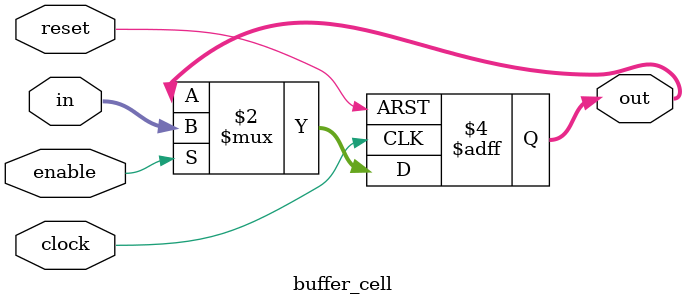
<source format=v>
module buffer_cell(
	clock, 
	reset,
	enable,
	in,
	out
);

parameter DATA_WIDTH = 8;

input clock, reset, enable;
input signed[DATA_WIDTH-1:0] in;
output signed[DATA_WIDTH-1:0] out;

reg signed[DATA_WIDTH-1:0] out;

always @ (posedge clock or posedge reset)
if (reset) begin
 out <= 0;
end else if (enable) begin // Enable, permite acesso à escrita. 
  out <= in;
end

endmodule
</source>
